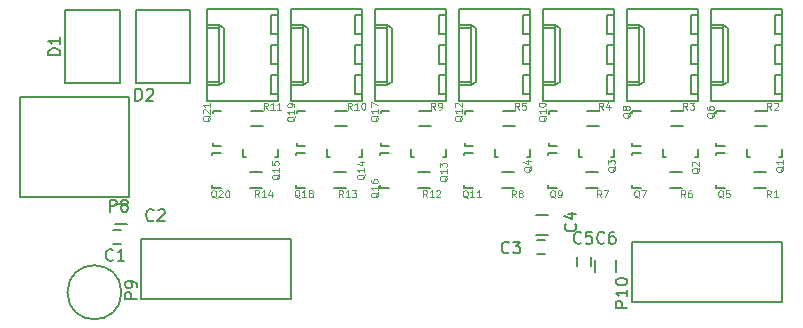
<source format=gto>
G04 #@! TF.FileFunction,Legend,Top*
%FSLAX46Y46*%
G04 Gerber Fmt 4.6, Leading zero omitted, Abs format (unit mm)*
G04 Created by KiCad (PCBNEW 4.0.1-stable) date 2016-06-29 05:17:59*
%MOMM*%
G01*
G04 APERTURE LIST*
%ADD10C,0.100000*%
%ADD11C,0.150000*%
G04 APERTURE END LIST*
D10*
D11*
X7286000Y-25000000D02*
G75*
G03X7286000Y-25000000I-2286000J0D01*
G01*
X7902000Y-16900000D02*
X7902000Y-8500000D01*
X-1298000Y-8500000D02*
X7902000Y-8500000D01*
X-1298000Y-16900000D02*
X-1298000Y-8500000D01*
X-1298000Y-16900000D02*
X7902000Y-16900000D01*
X6535500Y-19704500D02*
X7235500Y-19704500D01*
X7235500Y-20904500D02*
X6535500Y-20904500D01*
X7754500Y-17549500D02*
X6754500Y-17549500D01*
X6754500Y-19249500D02*
X7754500Y-19249500D01*
X42489900Y-20593500D02*
X43189900Y-20593500D01*
X43189900Y-21793500D02*
X42489900Y-21793500D01*
X43394000Y-18438500D02*
X42394000Y-18438500D01*
X42394000Y-20138500D02*
X43394000Y-20138500D01*
X60438340Y-13558520D02*
X60486600Y-13558520D01*
X63237320Y-12857480D02*
X63237320Y-13558520D01*
X63237320Y-13558520D02*
X62988400Y-13558520D01*
X60438340Y-13558520D02*
X60237680Y-13558520D01*
X60237680Y-13558520D02*
X60237680Y-12857480D01*
X53326340Y-13558520D02*
X53374600Y-13558520D01*
X56125320Y-12857480D02*
X56125320Y-13558520D01*
X56125320Y-13558520D02*
X55876400Y-13558520D01*
X53326340Y-13558520D02*
X53125680Y-13558520D01*
X53125680Y-13558520D02*
X53125680Y-12857480D01*
X46214340Y-13558520D02*
X46262600Y-13558520D01*
X49013320Y-12857480D02*
X49013320Y-13558520D01*
X49013320Y-13558520D02*
X48764400Y-13558520D01*
X46214340Y-13558520D02*
X46013680Y-13558520D01*
X46013680Y-13558520D02*
X46013680Y-12857480D01*
X39102340Y-13558520D02*
X39150600Y-13558520D01*
X41901320Y-12857480D02*
X41901320Y-13558520D01*
X41901320Y-13558520D02*
X41652400Y-13558520D01*
X39102340Y-13558520D02*
X38901680Y-13558520D01*
X38901680Y-13558520D02*
X38901680Y-12857480D01*
X57658260Y-13369340D02*
X57658260Y-13417600D01*
X58359300Y-16168320D02*
X57658260Y-16168320D01*
X57658260Y-16168320D02*
X57658260Y-15919400D01*
X57658260Y-13369340D02*
X57658260Y-13168680D01*
X57658260Y-13168680D02*
X58359300Y-13168680D01*
X57658260Y-9813340D02*
X57658260Y-9861600D01*
X58359300Y-12612320D02*
X57658260Y-12612320D01*
X57658260Y-12612320D02*
X57658260Y-12363400D01*
X57658260Y-9813340D02*
X57658260Y-9612680D01*
X57658260Y-9612680D02*
X58359300Y-9612680D01*
X50546260Y-13369340D02*
X50546260Y-13417600D01*
X51247300Y-16168320D02*
X50546260Y-16168320D01*
X50546260Y-16168320D02*
X50546260Y-15919400D01*
X50546260Y-13369340D02*
X50546260Y-13168680D01*
X50546260Y-13168680D02*
X51247300Y-13168680D01*
X50546260Y-9813340D02*
X50546260Y-9861600D01*
X51247300Y-12612320D02*
X50546260Y-12612320D01*
X50546260Y-12612320D02*
X50546260Y-12363400D01*
X50546260Y-9813340D02*
X50546260Y-9612680D01*
X50546260Y-9612680D02*
X51247300Y-9612680D01*
X43434260Y-13369340D02*
X43434260Y-13417600D01*
X44135300Y-16168320D02*
X43434260Y-16168320D01*
X43434260Y-16168320D02*
X43434260Y-15919400D01*
X43434260Y-13369340D02*
X43434260Y-13168680D01*
X43434260Y-13168680D02*
X44135300Y-13168680D01*
X43449500Y-9815840D02*
X43449500Y-9864100D01*
X44150540Y-12614820D02*
X43449500Y-12614820D01*
X43449500Y-12614820D02*
X43449500Y-12365900D01*
X43449500Y-9815840D02*
X43449500Y-9615180D01*
X43449500Y-9615180D02*
X44150540Y-9615180D01*
X36322260Y-13369340D02*
X36322260Y-13417600D01*
X37023300Y-16168320D02*
X36322260Y-16168320D01*
X36322260Y-16168320D02*
X36322260Y-15919400D01*
X36322260Y-13369340D02*
X36322260Y-13168680D01*
X36322260Y-13168680D02*
X37023300Y-13168680D01*
X36337500Y-9815840D02*
X36337500Y-9864100D01*
X37038540Y-12614820D02*
X36337500Y-12614820D01*
X36337500Y-12614820D02*
X36337500Y-12365900D01*
X36337500Y-9815840D02*
X36337500Y-9615180D01*
X36337500Y-9615180D02*
X37038540Y-9615180D01*
X31990340Y-13558520D02*
X32038600Y-13558520D01*
X34789320Y-12857480D02*
X34789320Y-13558520D01*
X34789320Y-13558520D02*
X34540400Y-13558520D01*
X31990340Y-13558520D02*
X31789680Y-13558520D01*
X31789680Y-13558520D02*
X31789680Y-12857480D01*
X24878340Y-13558520D02*
X24926600Y-13558520D01*
X27677320Y-12857480D02*
X27677320Y-13558520D01*
X27677320Y-13558520D02*
X27428400Y-13558520D01*
X24878340Y-13558520D02*
X24677680Y-13558520D01*
X24677680Y-13558520D02*
X24677680Y-12857480D01*
X17766340Y-13558520D02*
X17814600Y-13558520D01*
X20565320Y-12857480D02*
X20565320Y-13558520D01*
X20565320Y-13558520D02*
X20316400Y-13558520D01*
X17766340Y-13558520D02*
X17565680Y-13558520D01*
X17565680Y-13558520D02*
X17565680Y-12857480D01*
X29210260Y-13369340D02*
X29210260Y-13417600D01*
X29911300Y-16168320D02*
X29210260Y-16168320D01*
X29210260Y-16168320D02*
X29210260Y-15919400D01*
X29210260Y-13369340D02*
X29210260Y-13168680D01*
X29210260Y-13168680D02*
X29911300Y-13168680D01*
X29225500Y-9810840D02*
X29225500Y-9859100D01*
X29926540Y-12609820D02*
X29225500Y-12609820D01*
X29225500Y-12609820D02*
X29225500Y-12360900D01*
X29225500Y-9810840D02*
X29225500Y-9610180D01*
X29225500Y-9610180D02*
X29926540Y-9610180D01*
X22098260Y-13369340D02*
X22098260Y-13417600D01*
X22799300Y-16168320D02*
X22098260Y-16168320D01*
X22098260Y-16168320D02*
X22098260Y-15919400D01*
X22098260Y-13369340D02*
X22098260Y-13168680D01*
X22098260Y-13168680D02*
X22799300Y-13168680D01*
X22113500Y-9810840D02*
X22113500Y-9859100D01*
X22814540Y-12609820D02*
X22113500Y-12609820D01*
X22113500Y-12609820D02*
X22113500Y-12360900D01*
X22113500Y-9810840D02*
X22113500Y-9610180D01*
X22113500Y-9610180D02*
X22814540Y-9610180D01*
X14986260Y-13369340D02*
X14986260Y-13417600D01*
X15687300Y-16168320D02*
X14986260Y-16168320D01*
X14986260Y-16168320D02*
X14986260Y-15919400D01*
X14986260Y-13369340D02*
X14986260Y-13168680D01*
X14986260Y-13168680D02*
X15687300Y-13168680D01*
X15001500Y-9810840D02*
X15001500Y-9859100D01*
X15702540Y-12609820D02*
X15001500Y-12609820D01*
X15001500Y-12609820D02*
X15001500Y-12360900D01*
X15001500Y-9810840D02*
X15001500Y-9610180D01*
X15001500Y-9610180D02*
X15702540Y-9610180D01*
X61856500Y-16169000D02*
X60856500Y-16169000D01*
X60856500Y-14819000D02*
X61856500Y-14819000D01*
X60920000Y-9612000D02*
X61920000Y-9612000D01*
X61920000Y-10962000D02*
X60920000Y-10962000D01*
X53808000Y-9612000D02*
X54808000Y-9612000D01*
X54808000Y-10962000D02*
X53808000Y-10962000D01*
X46696000Y-9612000D02*
X47696000Y-9612000D01*
X47696000Y-10962000D02*
X46696000Y-10962000D01*
X39584000Y-9612000D02*
X40584000Y-9612000D01*
X40584000Y-10962000D02*
X39584000Y-10962000D01*
X54744500Y-16169000D02*
X53744500Y-16169000D01*
X53744500Y-14819000D02*
X54744500Y-14819000D01*
X47632500Y-16169000D02*
X46632500Y-16169000D01*
X46632500Y-14819000D02*
X47632500Y-14819000D01*
X40520500Y-16169000D02*
X39520500Y-16169000D01*
X39520500Y-14819000D02*
X40520500Y-14819000D01*
X32472000Y-9612000D02*
X33472000Y-9612000D01*
X33472000Y-10962000D02*
X32472000Y-10962000D01*
X25360000Y-9612000D02*
X26360000Y-9612000D01*
X26360000Y-10962000D02*
X25360000Y-10962000D01*
X18248000Y-9612000D02*
X19248000Y-9612000D01*
X19248000Y-10962000D02*
X18248000Y-10962000D01*
X33408500Y-16169000D02*
X32408500Y-16169000D01*
X32408500Y-14819000D02*
X33408500Y-14819000D01*
X26296500Y-16169000D02*
X25296500Y-16169000D01*
X25296500Y-14819000D02*
X26296500Y-14819000D01*
X19184500Y-16169000D02*
X18184500Y-16169000D01*
X18184500Y-14819000D02*
X19184500Y-14819000D01*
X47046700Y-22037300D02*
X47046700Y-22737300D01*
X45846700Y-22737300D02*
X45846700Y-22037300D01*
X49125500Y-23242900D02*
X49125500Y-22242900D01*
X47425500Y-22242900D02*
X47425500Y-23242900D01*
X50498000Y-20748500D02*
X63198000Y-20748500D01*
X63198000Y-20748500D02*
X63198000Y-25828500D01*
X50498000Y-25828500D02*
X63198000Y-25828500D01*
X50498000Y-20748500D02*
X50498000Y-25828500D01*
X8969000Y-20495000D02*
X21669000Y-20495000D01*
X21669000Y-20495000D02*
X21669000Y-25575000D01*
X8969000Y-25575000D02*
X21669000Y-25575000D01*
X8969000Y-20495000D02*
X8969000Y-25575000D01*
X27673500Y-979500D02*
X21673500Y-979500D01*
X21673500Y-979500D02*
X21673500Y-8799500D01*
X21673500Y-8799500D02*
X27673500Y-8799500D01*
X27673500Y-8799500D02*
X27673500Y-979500D01*
X21673500Y-2349500D02*
X22673500Y-2349500D01*
X22673500Y-2349500D02*
X22673500Y-7429500D01*
X22673500Y-7429500D02*
X21673500Y-7429500D01*
X22673500Y-2349500D02*
X23103500Y-2599500D01*
X23103500Y-2599500D02*
X23103500Y-7179500D01*
X23103500Y-7179500D02*
X22673500Y-7429500D01*
X21673500Y-2599500D02*
X22673500Y-2599500D01*
X21673500Y-7179500D02*
X22673500Y-7179500D01*
X27673500Y-1549500D02*
X27053500Y-1549500D01*
X27053500Y-1549500D02*
X27053500Y-3149500D01*
X27053500Y-3149500D02*
X27673500Y-3149500D01*
X27673500Y-4089500D02*
X27053500Y-4089500D01*
X27053500Y-4089500D02*
X27053500Y-5689500D01*
X27053500Y-5689500D02*
X27673500Y-5689500D01*
X27673500Y-6629500D02*
X27053500Y-6629500D01*
X27053500Y-6629500D02*
X27053500Y-8229500D01*
X27053500Y-8229500D02*
X27673500Y-8229500D01*
X34785500Y-979500D02*
X28785500Y-979500D01*
X28785500Y-979500D02*
X28785500Y-8799500D01*
X28785500Y-8799500D02*
X34785500Y-8799500D01*
X34785500Y-8799500D02*
X34785500Y-979500D01*
X28785500Y-2349500D02*
X29785500Y-2349500D01*
X29785500Y-2349500D02*
X29785500Y-7429500D01*
X29785500Y-7429500D02*
X28785500Y-7429500D01*
X29785500Y-2349500D02*
X30215500Y-2599500D01*
X30215500Y-2599500D02*
X30215500Y-7179500D01*
X30215500Y-7179500D02*
X29785500Y-7429500D01*
X28785500Y-2599500D02*
X29785500Y-2599500D01*
X28785500Y-7179500D02*
X29785500Y-7179500D01*
X34785500Y-1549500D02*
X34165500Y-1549500D01*
X34165500Y-1549500D02*
X34165500Y-3149500D01*
X34165500Y-3149500D02*
X34785500Y-3149500D01*
X34785500Y-4089500D02*
X34165500Y-4089500D01*
X34165500Y-4089500D02*
X34165500Y-5689500D01*
X34165500Y-5689500D02*
X34785500Y-5689500D01*
X34785500Y-6629500D02*
X34165500Y-6629500D01*
X34165500Y-6629500D02*
X34165500Y-8229500D01*
X34165500Y-8229500D02*
X34785500Y-8229500D01*
X41897500Y-979500D02*
X35897500Y-979500D01*
X35897500Y-979500D02*
X35897500Y-8799500D01*
X35897500Y-8799500D02*
X41897500Y-8799500D01*
X41897500Y-8799500D02*
X41897500Y-979500D01*
X35897500Y-2349500D02*
X36897500Y-2349500D01*
X36897500Y-2349500D02*
X36897500Y-7429500D01*
X36897500Y-7429500D02*
X35897500Y-7429500D01*
X36897500Y-2349500D02*
X37327500Y-2599500D01*
X37327500Y-2599500D02*
X37327500Y-7179500D01*
X37327500Y-7179500D02*
X36897500Y-7429500D01*
X35897500Y-2599500D02*
X36897500Y-2599500D01*
X35897500Y-7179500D02*
X36897500Y-7179500D01*
X41897500Y-1549500D02*
X41277500Y-1549500D01*
X41277500Y-1549500D02*
X41277500Y-3149500D01*
X41277500Y-3149500D02*
X41897500Y-3149500D01*
X41897500Y-4089500D02*
X41277500Y-4089500D01*
X41277500Y-4089500D02*
X41277500Y-5689500D01*
X41277500Y-5689500D02*
X41897500Y-5689500D01*
X41897500Y-6629500D02*
X41277500Y-6629500D01*
X41277500Y-6629500D02*
X41277500Y-8229500D01*
X41277500Y-8229500D02*
X41897500Y-8229500D01*
X49009500Y-979500D02*
X43009500Y-979500D01*
X43009500Y-979500D02*
X43009500Y-8799500D01*
X43009500Y-8799500D02*
X49009500Y-8799500D01*
X49009500Y-8799500D02*
X49009500Y-979500D01*
X43009500Y-2349500D02*
X44009500Y-2349500D01*
X44009500Y-2349500D02*
X44009500Y-7429500D01*
X44009500Y-7429500D02*
X43009500Y-7429500D01*
X44009500Y-2349500D02*
X44439500Y-2599500D01*
X44439500Y-2599500D02*
X44439500Y-7179500D01*
X44439500Y-7179500D02*
X44009500Y-7429500D01*
X43009500Y-2599500D02*
X44009500Y-2599500D01*
X43009500Y-7179500D02*
X44009500Y-7179500D01*
X49009500Y-1549500D02*
X48389500Y-1549500D01*
X48389500Y-1549500D02*
X48389500Y-3149500D01*
X48389500Y-3149500D02*
X49009500Y-3149500D01*
X49009500Y-4089500D02*
X48389500Y-4089500D01*
X48389500Y-4089500D02*
X48389500Y-5689500D01*
X48389500Y-5689500D02*
X49009500Y-5689500D01*
X49009500Y-6629500D02*
X48389500Y-6629500D01*
X48389500Y-6629500D02*
X48389500Y-8229500D01*
X48389500Y-8229500D02*
X49009500Y-8229500D01*
X56121500Y-979500D02*
X50121500Y-979500D01*
X50121500Y-979500D02*
X50121500Y-8799500D01*
X50121500Y-8799500D02*
X56121500Y-8799500D01*
X56121500Y-8799500D02*
X56121500Y-979500D01*
X50121500Y-2349500D02*
X51121500Y-2349500D01*
X51121500Y-2349500D02*
X51121500Y-7429500D01*
X51121500Y-7429500D02*
X50121500Y-7429500D01*
X51121500Y-2349500D02*
X51551500Y-2599500D01*
X51551500Y-2599500D02*
X51551500Y-7179500D01*
X51551500Y-7179500D02*
X51121500Y-7429500D01*
X50121500Y-2599500D02*
X51121500Y-2599500D01*
X50121500Y-7179500D02*
X51121500Y-7179500D01*
X56121500Y-1549500D02*
X55501500Y-1549500D01*
X55501500Y-1549500D02*
X55501500Y-3149500D01*
X55501500Y-3149500D02*
X56121500Y-3149500D01*
X56121500Y-4089500D02*
X55501500Y-4089500D01*
X55501500Y-4089500D02*
X55501500Y-5689500D01*
X55501500Y-5689500D02*
X56121500Y-5689500D01*
X56121500Y-6629500D02*
X55501500Y-6629500D01*
X55501500Y-6629500D02*
X55501500Y-8229500D01*
X55501500Y-8229500D02*
X56121500Y-8229500D01*
X63233500Y-979500D02*
X57233500Y-979500D01*
X57233500Y-979500D02*
X57233500Y-8799500D01*
X57233500Y-8799500D02*
X63233500Y-8799500D01*
X63233500Y-8799500D02*
X63233500Y-979500D01*
X57233500Y-2349500D02*
X58233500Y-2349500D01*
X58233500Y-2349500D02*
X58233500Y-7429500D01*
X58233500Y-7429500D02*
X57233500Y-7429500D01*
X58233500Y-2349500D02*
X58663500Y-2599500D01*
X58663500Y-2599500D02*
X58663500Y-7179500D01*
X58663500Y-7179500D02*
X58233500Y-7429500D01*
X57233500Y-2599500D02*
X58233500Y-2599500D01*
X57233500Y-7179500D02*
X58233500Y-7179500D01*
X63233500Y-1549500D02*
X62613500Y-1549500D01*
X62613500Y-1549500D02*
X62613500Y-3149500D01*
X62613500Y-3149500D02*
X63233500Y-3149500D01*
X63233500Y-4089500D02*
X62613500Y-4089500D01*
X62613500Y-4089500D02*
X62613500Y-5689500D01*
X62613500Y-5689500D02*
X63233500Y-5689500D01*
X63233500Y-6629500D02*
X62613500Y-6629500D01*
X62613500Y-6629500D02*
X62613500Y-8229500D01*
X62613500Y-8229500D02*
X63233500Y-8229500D01*
X20561500Y-979500D02*
X14561500Y-979500D01*
X14561500Y-979500D02*
X14561500Y-8799500D01*
X14561500Y-8799500D02*
X20561500Y-8799500D01*
X20561500Y-8799500D02*
X20561500Y-979500D01*
X14561500Y-2349500D02*
X15561500Y-2349500D01*
X15561500Y-2349500D02*
X15561500Y-7429500D01*
X15561500Y-7429500D02*
X14561500Y-7429500D01*
X15561500Y-2349500D02*
X15991500Y-2599500D01*
X15991500Y-2599500D02*
X15991500Y-7179500D01*
X15991500Y-7179500D02*
X15561500Y-7429500D01*
X14561500Y-2599500D02*
X15561500Y-2599500D01*
X14561500Y-7179500D02*
X15561500Y-7179500D01*
X20561500Y-1549500D02*
X19941500Y-1549500D01*
X19941500Y-1549500D02*
X19941500Y-3149500D01*
X19941500Y-3149500D02*
X20561500Y-3149500D01*
X20561500Y-4089500D02*
X19941500Y-4089500D01*
X19941500Y-4089500D02*
X19941500Y-5689500D01*
X19941500Y-5689500D02*
X20561500Y-5689500D01*
X20561500Y-6629500D02*
X19941500Y-6629500D01*
X19941500Y-6629500D02*
X19941500Y-8229500D01*
X19941500Y-8229500D02*
X20561500Y-8229500D01*
X2511000Y-1116000D02*
X7141000Y-1116000D01*
X2511000Y-7266000D02*
X2511000Y-1116000D01*
X7141000Y-7266000D02*
X2511000Y-7266000D01*
X7141000Y-1116000D02*
X7141000Y-7266000D01*
X8480000Y-1116000D02*
X13110000Y-1116000D01*
X8480000Y-7266000D02*
X8480000Y-1116000D01*
X13110000Y-7266000D02*
X8480000Y-7266000D01*
X13110000Y-1116000D02*
X13110000Y-7266000D01*
X6310405Y-18168881D02*
X6310405Y-17168881D01*
X6691358Y-17168881D01*
X6786596Y-17216500D01*
X6834215Y-17264119D01*
X6881834Y-17359357D01*
X6881834Y-17502214D01*
X6834215Y-17597452D01*
X6786596Y-17645071D01*
X6691358Y-17692690D01*
X6310405Y-17692690D01*
X7453262Y-17597452D02*
X7358024Y-17549833D01*
X7310405Y-17502214D01*
X7262786Y-17406976D01*
X7262786Y-17359357D01*
X7310405Y-17264119D01*
X7358024Y-17216500D01*
X7453262Y-17168881D01*
X7643739Y-17168881D01*
X7738977Y-17216500D01*
X7786596Y-17264119D01*
X7834215Y-17359357D01*
X7834215Y-17406976D01*
X7786596Y-17502214D01*
X7738977Y-17549833D01*
X7643739Y-17597452D01*
X7453262Y-17597452D01*
X7358024Y-17645071D01*
X7310405Y-17692690D01*
X7262786Y-17787929D01*
X7262786Y-17978405D01*
X7310405Y-18073643D01*
X7358024Y-18121262D01*
X7453262Y-18168881D01*
X7643739Y-18168881D01*
X7738977Y-18121262D01*
X7786596Y-18073643D01*
X7834215Y-17978405D01*
X7834215Y-17787929D01*
X7786596Y-17692690D01*
X7738977Y-17645071D01*
X7643739Y-17597452D01*
X6579834Y-22249143D02*
X6532215Y-22296762D01*
X6389358Y-22344381D01*
X6294120Y-22344381D01*
X6151262Y-22296762D01*
X6056024Y-22201524D01*
X6008405Y-22106286D01*
X5960786Y-21915810D01*
X5960786Y-21772952D01*
X6008405Y-21582476D01*
X6056024Y-21487238D01*
X6151262Y-21392000D01*
X6294120Y-21344381D01*
X6389358Y-21344381D01*
X6532215Y-21392000D01*
X6579834Y-21439619D01*
X7532215Y-22344381D02*
X6960786Y-22344381D01*
X7246500Y-22344381D02*
X7246500Y-21344381D01*
X7151262Y-21487238D01*
X7056024Y-21582476D01*
X6960786Y-21630095D01*
X10008834Y-18883643D02*
X9961215Y-18931262D01*
X9818358Y-18978881D01*
X9723120Y-18978881D01*
X9580262Y-18931262D01*
X9485024Y-18836024D01*
X9437405Y-18740786D01*
X9389786Y-18550310D01*
X9389786Y-18407452D01*
X9437405Y-18216976D01*
X9485024Y-18121738D01*
X9580262Y-18026500D01*
X9723120Y-17978881D01*
X9818358Y-17978881D01*
X9961215Y-18026500D01*
X10008834Y-18074119D01*
X10389786Y-18074119D02*
X10437405Y-18026500D01*
X10532643Y-17978881D01*
X10770739Y-17978881D01*
X10865977Y-18026500D01*
X10913596Y-18074119D01*
X10961215Y-18169357D01*
X10961215Y-18264595D01*
X10913596Y-18407452D01*
X10342167Y-18978881D01*
X10961215Y-18978881D01*
X40107834Y-21614143D02*
X40060215Y-21661762D01*
X39917358Y-21709381D01*
X39822120Y-21709381D01*
X39679262Y-21661762D01*
X39584024Y-21566524D01*
X39536405Y-21471286D01*
X39488786Y-21280810D01*
X39488786Y-21137952D01*
X39536405Y-20947476D01*
X39584024Y-20852238D01*
X39679262Y-20757000D01*
X39822120Y-20709381D01*
X39917358Y-20709381D01*
X40060215Y-20757000D01*
X40107834Y-20804619D01*
X40441167Y-20709381D02*
X41060215Y-20709381D01*
X40726881Y-21090333D01*
X40869739Y-21090333D01*
X40964977Y-21137952D01*
X41012596Y-21185571D01*
X41060215Y-21280810D01*
X41060215Y-21518905D01*
X41012596Y-21614143D01*
X40964977Y-21661762D01*
X40869739Y-21709381D01*
X40584024Y-21709381D01*
X40488786Y-21661762D01*
X40441167Y-21614143D01*
X45711643Y-19201166D02*
X45759262Y-19248785D01*
X45806881Y-19391642D01*
X45806881Y-19486880D01*
X45759262Y-19629738D01*
X45664024Y-19724976D01*
X45568786Y-19772595D01*
X45378310Y-19820214D01*
X45235452Y-19820214D01*
X45044976Y-19772595D01*
X44949738Y-19724976D01*
X44854500Y-19629738D01*
X44806881Y-19486880D01*
X44806881Y-19391642D01*
X44854500Y-19248785D01*
X44902119Y-19201166D01*
X45140214Y-18344023D02*
X45806881Y-18344023D01*
X44759262Y-18582119D02*
X45473548Y-18820214D01*
X45473548Y-18201166D01*
D10*
X63336071Y-14344643D02*
X63307500Y-14401786D01*
X63250357Y-14458929D01*
X63164643Y-14544643D01*
X63136071Y-14601786D01*
X63136071Y-14658929D01*
X63278929Y-14630357D02*
X63250357Y-14687500D01*
X63193214Y-14744643D01*
X63078929Y-14773214D01*
X62878929Y-14773214D01*
X62764643Y-14744643D01*
X62707500Y-14687500D01*
X62678929Y-14630357D01*
X62678929Y-14516071D01*
X62707500Y-14458929D01*
X62764643Y-14401786D01*
X62878929Y-14373214D01*
X63078929Y-14373214D01*
X63193214Y-14401786D01*
X63250357Y-14458929D01*
X63278929Y-14516071D01*
X63278929Y-14630357D01*
X63278929Y-13801786D02*
X63278929Y-14144643D01*
X63278929Y-13973215D02*
X62678929Y-13973215D01*
X62764643Y-14030358D01*
X62821786Y-14087500D01*
X62850357Y-14144643D01*
X56224071Y-14471643D02*
X56195500Y-14528786D01*
X56138357Y-14585929D01*
X56052643Y-14671643D01*
X56024071Y-14728786D01*
X56024071Y-14785929D01*
X56166929Y-14757357D02*
X56138357Y-14814500D01*
X56081214Y-14871643D01*
X55966929Y-14900214D01*
X55766929Y-14900214D01*
X55652643Y-14871643D01*
X55595500Y-14814500D01*
X55566929Y-14757357D01*
X55566929Y-14643071D01*
X55595500Y-14585929D01*
X55652643Y-14528786D01*
X55766929Y-14500214D01*
X55966929Y-14500214D01*
X56081214Y-14528786D01*
X56138357Y-14585929D01*
X56166929Y-14643071D01*
X56166929Y-14757357D01*
X55624071Y-14271643D02*
X55595500Y-14243072D01*
X55566929Y-14185929D01*
X55566929Y-14043072D01*
X55595500Y-13985929D01*
X55624071Y-13957358D01*
X55681214Y-13928786D01*
X55738357Y-13928786D01*
X55824071Y-13957358D01*
X56166929Y-14300215D01*
X56166929Y-13928786D01*
X49112071Y-14344643D02*
X49083500Y-14401786D01*
X49026357Y-14458929D01*
X48940643Y-14544643D01*
X48912071Y-14601786D01*
X48912071Y-14658929D01*
X49054929Y-14630357D02*
X49026357Y-14687500D01*
X48969214Y-14744643D01*
X48854929Y-14773214D01*
X48654929Y-14773214D01*
X48540643Y-14744643D01*
X48483500Y-14687500D01*
X48454929Y-14630357D01*
X48454929Y-14516071D01*
X48483500Y-14458929D01*
X48540643Y-14401786D01*
X48654929Y-14373214D01*
X48854929Y-14373214D01*
X48969214Y-14401786D01*
X49026357Y-14458929D01*
X49054929Y-14516071D01*
X49054929Y-14630357D01*
X48454929Y-14173215D02*
X48454929Y-13801786D01*
X48683500Y-14001786D01*
X48683500Y-13916072D01*
X48712071Y-13858929D01*
X48740643Y-13830358D01*
X48797786Y-13801786D01*
X48940643Y-13801786D01*
X48997786Y-13830358D01*
X49026357Y-13858929D01*
X49054929Y-13916072D01*
X49054929Y-14087500D01*
X49026357Y-14144643D01*
X48997786Y-14173215D01*
X42000071Y-14344643D02*
X41971500Y-14401786D01*
X41914357Y-14458929D01*
X41828643Y-14544643D01*
X41800071Y-14601786D01*
X41800071Y-14658929D01*
X41942929Y-14630357D02*
X41914357Y-14687500D01*
X41857214Y-14744643D01*
X41742929Y-14773214D01*
X41542929Y-14773214D01*
X41428643Y-14744643D01*
X41371500Y-14687500D01*
X41342929Y-14630357D01*
X41342929Y-14516071D01*
X41371500Y-14458929D01*
X41428643Y-14401786D01*
X41542929Y-14373214D01*
X41742929Y-14373214D01*
X41857214Y-14401786D01*
X41914357Y-14458929D01*
X41942929Y-14516071D01*
X41942929Y-14630357D01*
X41542929Y-13858929D02*
X41942929Y-13858929D01*
X41314357Y-14001786D02*
X41742929Y-14144643D01*
X41742929Y-13773215D01*
X58251357Y-17029071D02*
X58194214Y-17000500D01*
X58137071Y-16943357D01*
X58051357Y-16857643D01*
X57994214Y-16829071D01*
X57937071Y-16829071D01*
X57965643Y-16971929D02*
X57908500Y-16943357D01*
X57851357Y-16886214D01*
X57822786Y-16771929D01*
X57822786Y-16571929D01*
X57851357Y-16457643D01*
X57908500Y-16400500D01*
X57965643Y-16371929D01*
X58079929Y-16371929D01*
X58137071Y-16400500D01*
X58194214Y-16457643D01*
X58222786Y-16571929D01*
X58222786Y-16771929D01*
X58194214Y-16886214D01*
X58137071Y-16943357D01*
X58079929Y-16971929D01*
X57965643Y-16971929D01*
X58765642Y-16371929D02*
X58479928Y-16371929D01*
X58451357Y-16657643D01*
X58479928Y-16629071D01*
X58537071Y-16600500D01*
X58679928Y-16600500D01*
X58737071Y-16629071D01*
X58765642Y-16657643D01*
X58794214Y-16714786D01*
X58794214Y-16857643D01*
X58765642Y-16914786D01*
X58737071Y-16943357D01*
X58679928Y-16971929D01*
X58537071Y-16971929D01*
X58479928Y-16943357D01*
X58451357Y-16914786D01*
X57494071Y-9772643D02*
X57465500Y-9829786D01*
X57408357Y-9886929D01*
X57322643Y-9972643D01*
X57294071Y-10029786D01*
X57294071Y-10086929D01*
X57436929Y-10058357D02*
X57408357Y-10115500D01*
X57351214Y-10172643D01*
X57236929Y-10201214D01*
X57036929Y-10201214D01*
X56922643Y-10172643D01*
X56865500Y-10115500D01*
X56836929Y-10058357D01*
X56836929Y-9944071D01*
X56865500Y-9886929D01*
X56922643Y-9829786D01*
X57036929Y-9801214D01*
X57236929Y-9801214D01*
X57351214Y-9829786D01*
X57408357Y-9886929D01*
X57436929Y-9944071D01*
X57436929Y-10058357D01*
X56836929Y-9286929D02*
X56836929Y-9401215D01*
X56865500Y-9458358D01*
X56894071Y-9486929D01*
X56979786Y-9544072D01*
X57094071Y-9572643D01*
X57322643Y-9572643D01*
X57379786Y-9544072D01*
X57408357Y-9515500D01*
X57436929Y-9458358D01*
X57436929Y-9344072D01*
X57408357Y-9286929D01*
X57379786Y-9258358D01*
X57322643Y-9229786D01*
X57179786Y-9229786D01*
X57122643Y-9258358D01*
X57094071Y-9286929D01*
X57065500Y-9344072D01*
X57065500Y-9458358D01*
X57094071Y-9515500D01*
X57122643Y-9544072D01*
X57179786Y-9572643D01*
X51139357Y-17029071D02*
X51082214Y-17000500D01*
X51025071Y-16943357D01*
X50939357Y-16857643D01*
X50882214Y-16829071D01*
X50825071Y-16829071D01*
X50853643Y-16971929D02*
X50796500Y-16943357D01*
X50739357Y-16886214D01*
X50710786Y-16771929D01*
X50710786Y-16571929D01*
X50739357Y-16457643D01*
X50796500Y-16400500D01*
X50853643Y-16371929D01*
X50967929Y-16371929D01*
X51025071Y-16400500D01*
X51082214Y-16457643D01*
X51110786Y-16571929D01*
X51110786Y-16771929D01*
X51082214Y-16886214D01*
X51025071Y-16943357D01*
X50967929Y-16971929D01*
X50853643Y-16971929D01*
X51310785Y-16371929D02*
X51710785Y-16371929D01*
X51453642Y-16971929D01*
X50382071Y-9772643D02*
X50353500Y-9829786D01*
X50296357Y-9886929D01*
X50210643Y-9972643D01*
X50182071Y-10029786D01*
X50182071Y-10086929D01*
X50324929Y-10058357D02*
X50296357Y-10115500D01*
X50239214Y-10172643D01*
X50124929Y-10201214D01*
X49924929Y-10201214D01*
X49810643Y-10172643D01*
X49753500Y-10115500D01*
X49724929Y-10058357D01*
X49724929Y-9944071D01*
X49753500Y-9886929D01*
X49810643Y-9829786D01*
X49924929Y-9801214D01*
X50124929Y-9801214D01*
X50239214Y-9829786D01*
X50296357Y-9886929D01*
X50324929Y-9944071D01*
X50324929Y-10058357D01*
X49982071Y-9458358D02*
X49953500Y-9515500D01*
X49924929Y-9544072D01*
X49867786Y-9572643D01*
X49839214Y-9572643D01*
X49782071Y-9544072D01*
X49753500Y-9515500D01*
X49724929Y-9458358D01*
X49724929Y-9344072D01*
X49753500Y-9286929D01*
X49782071Y-9258358D01*
X49839214Y-9229786D01*
X49867786Y-9229786D01*
X49924929Y-9258358D01*
X49953500Y-9286929D01*
X49982071Y-9344072D01*
X49982071Y-9458358D01*
X50010643Y-9515500D01*
X50039214Y-9544072D01*
X50096357Y-9572643D01*
X50210643Y-9572643D01*
X50267786Y-9544072D01*
X50296357Y-9515500D01*
X50324929Y-9458358D01*
X50324929Y-9344072D01*
X50296357Y-9286929D01*
X50267786Y-9258358D01*
X50210643Y-9229786D01*
X50096357Y-9229786D01*
X50039214Y-9258358D01*
X50010643Y-9286929D01*
X49982071Y-9344072D01*
X44027357Y-17029071D02*
X43970214Y-17000500D01*
X43913071Y-16943357D01*
X43827357Y-16857643D01*
X43770214Y-16829071D01*
X43713071Y-16829071D01*
X43741643Y-16971929D02*
X43684500Y-16943357D01*
X43627357Y-16886214D01*
X43598786Y-16771929D01*
X43598786Y-16571929D01*
X43627357Y-16457643D01*
X43684500Y-16400500D01*
X43741643Y-16371929D01*
X43855929Y-16371929D01*
X43913071Y-16400500D01*
X43970214Y-16457643D01*
X43998786Y-16571929D01*
X43998786Y-16771929D01*
X43970214Y-16886214D01*
X43913071Y-16943357D01*
X43855929Y-16971929D01*
X43741643Y-16971929D01*
X44284500Y-16971929D02*
X44398785Y-16971929D01*
X44455928Y-16943357D01*
X44484500Y-16914786D01*
X44541642Y-16829071D01*
X44570214Y-16714786D01*
X44570214Y-16486214D01*
X44541642Y-16429071D01*
X44513071Y-16400500D01*
X44455928Y-16371929D01*
X44341642Y-16371929D01*
X44284500Y-16400500D01*
X44255928Y-16429071D01*
X44227357Y-16486214D01*
X44227357Y-16629071D01*
X44255928Y-16686214D01*
X44284500Y-16714786D01*
X44341642Y-16743357D01*
X44455928Y-16743357D01*
X44513071Y-16714786D01*
X44541642Y-16686214D01*
X44570214Y-16629071D01*
X43270071Y-10058357D02*
X43241500Y-10115500D01*
X43184357Y-10172643D01*
X43098643Y-10258357D01*
X43070071Y-10315500D01*
X43070071Y-10372643D01*
X43212929Y-10344071D02*
X43184357Y-10401214D01*
X43127214Y-10458357D01*
X43012929Y-10486928D01*
X42812929Y-10486928D01*
X42698643Y-10458357D01*
X42641500Y-10401214D01*
X42612929Y-10344071D01*
X42612929Y-10229785D01*
X42641500Y-10172643D01*
X42698643Y-10115500D01*
X42812929Y-10086928D01*
X43012929Y-10086928D01*
X43127214Y-10115500D01*
X43184357Y-10172643D01*
X43212929Y-10229785D01*
X43212929Y-10344071D01*
X43212929Y-9515500D02*
X43212929Y-9858357D01*
X43212929Y-9686929D02*
X42612929Y-9686929D01*
X42698643Y-9744072D01*
X42755786Y-9801214D01*
X42784357Y-9858357D01*
X42612929Y-9144071D02*
X42612929Y-9086928D01*
X42641500Y-9029785D01*
X42670071Y-9001214D01*
X42727214Y-8972643D01*
X42841500Y-8944071D01*
X42984357Y-8944071D01*
X43098643Y-8972643D01*
X43155786Y-9001214D01*
X43184357Y-9029785D01*
X43212929Y-9086928D01*
X43212929Y-9144071D01*
X43184357Y-9201214D01*
X43155786Y-9229785D01*
X43098643Y-9258357D01*
X42984357Y-9286928D01*
X42841500Y-9286928D01*
X42727214Y-9258357D01*
X42670071Y-9229785D01*
X42641500Y-9201214D01*
X42612929Y-9144071D01*
X36629643Y-17029071D02*
X36572500Y-17000500D01*
X36515357Y-16943357D01*
X36429643Y-16857643D01*
X36372500Y-16829071D01*
X36315357Y-16829071D01*
X36343929Y-16971929D02*
X36286786Y-16943357D01*
X36229643Y-16886214D01*
X36201072Y-16771929D01*
X36201072Y-16571929D01*
X36229643Y-16457643D01*
X36286786Y-16400500D01*
X36343929Y-16371929D01*
X36458215Y-16371929D01*
X36515357Y-16400500D01*
X36572500Y-16457643D01*
X36601072Y-16571929D01*
X36601072Y-16771929D01*
X36572500Y-16886214D01*
X36515357Y-16943357D01*
X36458215Y-16971929D01*
X36343929Y-16971929D01*
X37172500Y-16971929D02*
X36829643Y-16971929D01*
X37001071Y-16971929D02*
X37001071Y-16371929D01*
X36943928Y-16457643D01*
X36886786Y-16514786D01*
X36829643Y-16543357D01*
X37743929Y-16971929D02*
X37401072Y-16971929D01*
X37572500Y-16971929D02*
X37572500Y-16371929D01*
X37515357Y-16457643D01*
X37458215Y-16514786D01*
X37401072Y-16543357D01*
X36158071Y-10058357D02*
X36129500Y-10115500D01*
X36072357Y-10172643D01*
X35986643Y-10258357D01*
X35958071Y-10315500D01*
X35958071Y-10372643D01*
X36100929Y-10344071D02*
X36072357Y-10401214D01*
X36015214Y-10458357D01*
X35900929Y-10486928D01*
X35700929Y-10486928D01*
X35586643Y-10458357D01*
X35529500Y-10401214D01*
X35500929Y-10344071D01*
X35500929Y-10229785D01*
X35529500Y-10172643D01*
X35586643Y-10115500D01*
X35700929Y-10086928D01*
X35900929Y-10086928D01*
X36015214Y-10115500D01*
X36072357Y-10172643D01*
X36100929Y-10229785D01*
X36100929Y-10344071D01*
X36100929Y-9515500D02*
X36100929Y-9858357D01*
X36100929Y-9686929D02*
X35500929Y-9686929D01*
X35586643Y-9744072D01*
X35643786Y-9801214D01*
X35672357Y-9858357D01*
X35558071Y-9286928D02*
X35529500Y-9258357D01*
X35500929Y-9201214D01*
X35500929Y-9058357D01*
X35529500Y-9001214D01*
X35558071Y-8972643D01*
X35615214Y-8944071D01*
X35672357Y-8944071D01*
X35758071Y-8972643D01*
X36100929Y-9315500D01*
X36100929Y-8944071D01*
X34888071Y-15138357D02*
X34859500Y-15195500D01*
X34802357Y-15252643D01*
X34716643Y-15338357D01*
X34688071Y-15395500D01*
X34688071Y-15452643D01*
X34830929Y-15424071D02*
X34802357Y-15481214D01*
X34745214Y-15538357D01*
X34630929Y-15566928D01*
X34430929Y-15566928D01*
X34316643Y-15538357D01*
X34259500Y-15481214D01*
X34230929Y-15424071D01*
X34230929Y-15309785D01*
X34259500Y-15252643D01*
X34316643Y-15195500D01*
X34430929Y-15166928D01*
X34630929Y-15166928D01*
X34745214Y-15195500D01*
X34802357Y-15252643D01*
X34830929Y-15309785D01*
X34830929Y-15424071D01*
X34830929Y-14595500D02*
X34830929Y-14938357D01*
X34830929Y-14766929D02*
X34230929Y-14766929D01*
X34316643Y-14824072D01*
X34373786Y-14881214D01*
X34402357Y-14938357D01*
X34230929Y-14395500D02*
X34230929Y-14024071D01*
X34459500Y-14224071D01*
X34459500Y-14138357D01*
X34488071Y-14081214D01*
X34516643Y-14052643D01*
X34573786Y-14024071D01*
X34716643Y-14024071D01*
X34773786Y-14052643D01*
X34802357Y-14081214D01*
X34830929Y-14138357D01*
X34830929Y-14309785D01*
X34802357Y-14366928D01*
X34773786Y-14395500D01*
X27903071Y-15011357D02*
X27874500Y-15068500D01*
X27817357Y-15125643D01*
X27731643Y-15211357D01*
X27703071Y-15268500D01*
X27703071Y-15325643D01*
X27845929Y-15297071D02*
X27817357Y-15354214D01*
X27760214Y-15411357D01*
X27645929Y-15439928D01*
X27445929Y-15439928D01*
X27331643Y-15411357D01*
X27274500Y-15354214D01*
X27245929Y-15297071D01*
X27245929Y-15182785D01*
X27274500Y-15125643D01*
X27331643Y-15068500D01*
X27445929Y-15039928D01*
X27645929Y-15039928D01*
X27760214Y-15068500D01*
X27817357Y-15125643D01*
X27845929Y-15182785D01*
X27845929Y-15297071D01*
X27845929Y-14468500D02*
X27845929Y-14811357D01*
X27845929Y-14639929D02*
X27245929Y-14639929D01*
X27331643Y-14697072D01*
X27388786Y-14754214D01*
X27417357Y-14811357D01*
X27445929Y-13954214D02*
X27845929Y-13954214D01*
X27217357Y-14097071D02*
X27645929Y-14239928D01*
X27645929Y-13868500D01*
X20664071Y-15011357D02*
X20635500Y-15068500D01*
X20578357Y-15125643D01*
X20492643Y-15211357D01*
X20464071Y-15268500D01*
X20464071Y-15325643D01*
X20606929Y-15297071D02*
X20578357Y-15354214D01*
X20521214Y-15411357D01*
X20406929Y-15439928D01*
X20206929Y-15439928D01*
X20092643Y-15411357D01*
X20035500Y-15354214D01*
X20006929Y-15297071D01*
X20006929Y-15182785D01*
X20035500Y-15125643D01*
X20092643Y-15068500D01*
X20206929Y-15039928D01*
X20406929Y-15039928D01*
X20521214Y-15068500D01*
X20578357Y-15125643D01*
X20606929Y-15182785D01*
X20606929Y-15297071D01*
X20606929Y-14468500D02*
X20606929Y-14811357D01*
X20606929Y-14639929D02*
X20006929Y-14639929D01*
X20092643Y-14697072D01*
X20149786Y-14754214D01*
X20178357Y-14811357D01*
X20006929Y-13925643D02*
X20006929Y-14211357D01*
X20292643Y-14239928D01*
X20264071Y-14211357D01*
X20235500Y-14154214D01*
X20235500Y-14011357D01*
X20264071Y-13954214D01*
X20292643Y-13925643D01*
X20349786Y-13897071D01*
X20492643Y-13897071D01*
X20549786Y-13925643D01*
X20578357Y-13954214D01*
X20606929Y-14011357D01*
X20606929Y-14154214D01*
X20578357Y-14211357D01*
X20549786Y-14239928D01*
X29046071Y-16535357D02*
X29017500Y-16592500D01*
X28960357Y-16649643D01*
X28874643Y-16735357D01*
X28846071Y-16792500D01*
X28846071Y-16849643D01*
X28988929Y-16821071D02*
X28960357Y-16878214D01*
X28903214Y-16935357D01*
X28788929Y-16963928D01*
X28588929Y-16963928D01*
X28474643Y-16935357D01*
X28417500Y-16878214D01*
X28388929Y-16821071D01*
X28388929Y-16706785D01*
X28417500Y-16649643D01*
X28474643Y-16592500D01*
X28588929Y-16563928D01*
X28788929Y-16563928D01*
X28903214Y-16592500D01*
X28960357Y-16649643D01*
X28988929Y-16706785D01*
X28988929Y-16821071D01*
X28988929Y-15992500D02*
X28988929Y-16335357D01*
X28988929Y-16163929D02*
X28388929Y-16163929D01*
X28474643Y-16221072D01*
X28531786Y-16278214D01*
X28560357Y-16335357D01*
X28388929Y-15478214D02*
X28388929Y-15592500D01*
X28417500Y-15649643D01*
X28446071Y-15678214D01*
X28531786Y-15735357D01*
X28646071Y-15763928D01*
X28874643Y-15763928D01*
X28931786Y-15735357D01*
X28960357Y-15706785D01*
X28988929Y-15649643D01*
X28988929Y-15535357D01*
X28960357Y-15478214D01*
X28931786Y-15449643D01*
X28874643Y-15421071D01*
X28731786Y-15421071D01*
X28674643Y-15449643D01*
X28646071Y-15478214D01*
X28617500Y-15535357D01*
X28617500Y-15649643D01*
X28646071Y-15706785D01*
X28674643Y-15735357D01*
X28731786Y-15763928D01*
X29046071Y-10058357D02*
X29017500Y-10115500D01*
X28960357Y-10172643D01*
X28874643Y-10258357D01*
X28846071Y-10315500D01*
X28846071Y-10372643D01*
X28988929Y-10344071D02*
X28960357Y-10401214D01*
X28903214Y-10458357D01*
X28788929Y-10486928D01*
X28588929Y-10486928D01*
X28474643Y-10458357D01*
X28417500Y-10401214D01*
X28388929Y-10344071D01*
X28388929Y-10229785D01*
X28417500Y-10172643D01*
X28474643Y-10115500D01*
X28588929Y-10086928D01*
X28788929Y-10086928D01*
X28903214Y-10115500D01*
X28960357Y-10172643D01*
X28988929Y-10229785D01*
X28988929Y-10344071D01*
X28988929Y-9515500D02*
X28988929Y-9858357D01*
X28988929Y-9686929D02*
X28388929Y-9686929D01*
X28474643Y-9744072D01*
X28531786Y-9801214D01*
X28560357Y-9858357D01*
X28388929Y-9315500D02*
X28388929Y-8915500D01*
X28988929Y-9172643D01*
X22380243Y-17003671D02*
X22323100Y-16975100D01*
X22265957Y-16917957D01*
X22180243Y-16832243D01*
X22123100Y-16803671D01*
X22065957Y-16803671D01*
X22094529Y-16946529D02*
X22037386Y-16917957D01*
X21980243Y-16860814D01*
X21951672Y-16746529D01*
X21951672Y-16546529D01*
X21980243Y-16432243D01*
X22037386Y-16375100D01*
X22094529Y-16346529D01*
X22208815Y-16346529D01*
X22265957Y-16375100D01*
X22323100Y-16432243D01*
X22351672Y-16546529D01*
X22351672Y-16746529D01*
X22323100Y-16860814D01*
X22265957Y-16917957D01*
X22208815Y-16946529D01*
X22094529Y-16946529D01*
X22923100Y-16946529D02*
X22580243Y-16946529D01*
X22751671Y-16946529D02*
X22751671Y-16346529D01*
X22694528Y-16432243D01*
X22637386Y-16489386D01*
X22580243Y-16517957D01*
X23265957Y-16603671D02*
X23208815Y-16575100D01*
X23180243Y-16546529D01*
X23151672Y-16489386D01*
X23151672Y-16460814D01*
X23180243Y-16403671D01*
X23208815Y-16375100D01*
X23265957Y-16346529D01*
X23380243Y-16346529D01*
X23437386Y-16375100D01*
X23465957Y-16403671D01*
X23494529Y-16460814D01*
X23494529Y-16489386D01*
X23465957Y-16546529D01*
X23437386Y-16575100D01*
X23380243Y-16603671D01*
X23265957Y-16603671D01*
X23208815Y-16632243D01*
X23180243Y-16660814D01*
X23151672Y-16717957D01*
X23151672Y-16832243D01*
X23180243Y-16889386D01*
X23208815Y-16917957D01*
X23265957Y-16946529D01*
X23380243Y-16946529D01*
X23437386Y-16917957D01*
X23465957Y-16889386D01*
X23494529Y-16832243D01*
X23494529Y-16717957D01*
X23465957Y-16660814D01*
X23437386Y-16632243D01*
X23380243Y-16603671D01*
X21984871Y-10109157D02*
X21956300Y-10166300D01*
X21899157Y-10223443D01*
X21813443Y-10309157D01*
X21784871Y-10366300D01*
X21784871Y-10423443D01*
X21927729Y-10394871D02*
X21899157Y-10452014D01*
X21842014Y-10509157D01*
X21727729Y-10537728D01*
X21527729Y-10537728D01*
X21413443Y-10509157D01*
X21356300Y-10452014D01*
X21327729Y-10394871D01*
X21327729Y-10280585D01*
X21356300Y-10223443D01*
X21413443Y-10166300D01*
X21527729Y-10137728D01*
X21727729Y-10137728D01*
X21842014Y-10166300D01*
X21899157Y-10223443D01*
X21927729Y-10280585D01*
X21927729Y-10394871D01*
X21927729Y-9566300D02*
X21927729Y-9909157D01*
X21927729Y-9737729D02*
X21327729Y-9737729D01*
X21413443Y-9794872D01*
X21470586Y-9852014D01*
X21499157Y-9909157D01*
X21927729Y-9280585D02*
X21927729Y-9166300D01*
X21899157Y-9109157D01*
X21870586Y-9080585D01*
X21784871Y-9023443D01*
X21670586Y-8994871D01*
X21442014Y-8994871D01*
X21384871Y-9023443D01*
X21356300Y-9052014D01*
X21327729Y-9109157D01*
X21327729Y-9223443D01*
X21356300Y-9280585D01*
X21384871Y-9309157D01*
X21442014Y-9337728D01*
X21584871Y-9337728D01*
X21642014Y-9309157D01*
X21670586Y-9280585D01*
X21699157Y-9223443D01*
X21699157Y-9109157D01*
X21670586Y-9052014D01*
X21642014Y-9023443D01*
X21584871Y-8994871D01*
X15319043Y-17029071D02*
X15261900Y-17000500D01*
X15204757Y-16943357D01*
X15119043Y-16857643D01*
X15061900Y-16829071D01*
X15004757Y-16829071D01*
X15033329Y-16971929D02*
X14976186Y-16943357D01*
X14919043Y-16886214D01*
X14890472Y-16771929D01*
X14890472Y-16571929D01*
X14919043Y-16457643D01*
X14976186Y-16400500D01*
X15033329Y-16371929D01*
X15147615Y-16371929D01*
X15204757Y-16400500D01*
X15261900Y-16457643D01*
X15290472Y-16571929D01*
X15290472Y-16771929D01*
X15261900Y-16886214D01*
X15204757Y-16943357D01*
X15147615Y-16971929D01*
X15033329Y-16971929D01*
X15519043Y-16429071D02*
X15547614Y-16400500D01*
X15604757Y-16371929D01*
X15747614Y-16371929D01*
X15804757Y-16400500D01*
X15833328Y-16429071D01*
X15861900Y-16486214D01*
X15861900Y-16543357D01*
X15833328Y-16629071D01*
X15490471Y-16971929D01*
X15861900Y-16971929D01*
X16233329Y-16371929D02*
X16290472Y-16371929D01*
X16347615Y-16400500D01*
X16376186Y-16429071D01*
X16404757Y-16486214D01*
X16433329Y-16600500D01*
X16433329Y-16743357D01*
X16404757Y-16857643D01*
X16376186Y-16914786D01*
X16347615Y-16943357D01*
X16290472Y-16971929D01*
X16233329Y-16971929D01*
X16176186Y-16943357D01*
X16147615Y-16914786D01*
X16119043Y-16857643D01*
X16090472Y-16743357D01*
X16090472Y-16600500D01*
X16119043Y-16486214D01*
X16147615Y-16429071D01*
X16176186Y-16400500D01*
X16233329Y-16371929D01*
X14822071Y-10058357D02*
X14793500Y-10115500D01*
X14736357Y-10172643D01*
X14650643Y-10258357D01*
X14622071Y-10315500D01*
X14622071Y-10372643D01*
X14764929Y-10344071D02*
X14736357Y-10401214D01*
X14679214Y-10458357D01*
X14564929Y-10486928D01*
X14364929Y-10486928D01*
X14250643Y-10458357D01*
X14193500Y-10401214D01*
X14164929Y-10344071D01*
X14164929Y-10229785D01*
X14193500Y-10172643D01*
X14250643Y-10115500D01*
X14364929Y-10086928D01*
X14564929Y-10086928D01*
X14679214Y-10115500D01*
X14736357Y-10172643D01*
X14764929Y-10229785D01*
X14764929Y-10344071D01*
X14222071Y-9858357D02*
X14193500Y-9829786D01*
X14164929Y-9772643D01*
X14164929Y-9629786D01*
X14193500Y-9572643D01*
X14222071Y-9544072D01*
X14279214Y-9515500D01*
X14336357Y-9515500D01*
X14422071Y-9544072D01*
X14764929Y-9886929D01*
X14764929Y-9515500D01*
X14764929Y-8944071D02*
X14764929Y-9286928D01*
X14764929Y-9115500D02*
X14164929Y-9115500D01*
X14250643Y-9172643D01*
X14307786Y-9229785D01*
X14336357Y-9286928D01*
X62272500Y-16971929D02*
X62072500Y-16686214D01*
X61929643Y-16971929D02*
X61929643Y-16371929D01*
X62158215Y-16371929D01*
X62215357Y-16400500D01*
X62243929Y-16429071D01*
X62272500Y-16486214D01*
X62272500Y-16571929D01*
X62243929Y-16629071D01*
X62215357Y-16657643D01*
X62158215Y-16686214D01*
X61929643Y-16686214D01*
X62843929Y-16971929D02*
X62501072Y-16971929D01*
X62672500Y-16971929D02*
X62672500Y-16371929D01*
X62615357Y-16457643D01*
X62558215Y-16514786D01*
X62501072Y-16543357D01*
X62320500Y-9542429D02*
X62120500Y-9256714D01*
X61977643Y-9542429D02*
X61977643Y-8942429D01*
X62206215Y-8942429D01*
X62263357Y-8971000D01*
X62291929Y-8999571D01*
X62320500Y-9056714D01*
X62320500Y-9142429D01*
X62291929Y-9199571D01*
X62263357Y-9228143D01*
X62206215Y-9256714D01*
X61977643Y-9256714D01*
X62549072Y-8999571D02*
X62577643Y-8971000D01*
X62634786Y-8942429D01*
X62777643Y-8942429D01*
X62834786Y-8971000D01*
X62863357Y-8999571D01*
X62891929Y-9056714D01*
X62891929Y-9113857D01*
X62863357Y-9199571D01*
X62520500Y-9542429D01*
X62891929Y-9542429D01*
X55208500Y-9542429D02*
X55008500Y-9256714D01*
X54865643Y-9542429D02*
X54865643Y-8942429D01*
X55094215Y-8942429D01*
X55151357Y-8971000D01*
X55179929Y-8999571D01*
X55208500Y-9056714D01*
X55208500Y-9142429D01*
X55179929Y-9199571D01*
X55151357Y-9228143D01*
X55094215Y-9256714D01*
X54865643Y-9256714D01*
X55408500Y-8942429D02*
X55779929Y-8942429D01*
X55579929Y-9171000D01*
X55665643Y-9171000D01*
X55722786Y-9199571D01*
X55751357Y-9228143D01*
X55779929Y-9285286D01*
X55779929Y-9428143D01*
X55751357Y-9485286D01*
X55722786Y-9513857D01*
X55665643Y-9542429D01*
X55494215Y-9542429D01*
X55437072Y-9513857D01*
X55408500Y-9485286D01*
X48096500Y-9542429D02*
X47896500Y-9256714D01*
X47753643Y-9542429D02*
X47753643Y-8942429D01*
X47982215Y-8942429D01*
X48039357Y-8971000D01*
X48067929Y-8999571D01*
X48096500Y-9056714D01*
X48096500Y-9142429D01*
X48067929Y-9199571D01*
X48039357Y-9228143D01*
X47982215Y-9256714D01*
X47753643Y-9256714D01*
X48610786Y-9142429D02*
X48610786Y-9542429D01*
X48467929Y-8913857D02*
X48325072Y-9342429D01*
X48696500Y-9342429D01*
X40984500Y-9542429D02*
X40784500Y-9256714D01*
X40641643Y-9542429D02*
X40641643Y-8942429D01*
X40870215Y-8942429D01*
X40927357Y-8971000D01*
X40955929Y-8999571D01*
X40984500Y-9056714D01*
X40984500Y-9142429D01*
X40955929Y-9199571D01*
X40927357Y-9228143D01*
X40870215Y-9256714D01*
X40641643Y-9256714D01*
X41527357Y-8942429D02*
X41241643Y-8942429D01*
X41213072Y-9228143D01*
X41241643Y-9199571D01*
X41298786Y-9171000D01*
X41441643Y-9171000D01*
X41498786Y-9199571D01*
X41527357Y-9228143D01*
X41555929Y-9285286D01*
X41555929Y-9428143D01*
X41527357Y-9485286D01*
X41498786Y-9513857D01*
X41441643Y-9542429D01*
X41298786Y-9542429D01*
X41241643Y-9513857D01*
X41213072Y-9485286D01*
X55033500Y-16971929D02*
X54833500Y-16686214D01*
X54690643Y-16971929D02*
X54690643Y-16371929D01*
X54919215Y-16371929D01*
X54976357Y-16400500D01*
X55004929Y-16429071D01*
X55033500Y-16486214D01*
X55033500Y-16571929D01*
X55004929Y-16629071D01*
X54976357Y-16657643D01*
X54919215Y-16686214D01*
X54690643Y-16686214D01*
X55547786Y-16371929D02*
X55433500Y-16371929D01*
X55376357Y-16400500D01*
X55347786Y-16429071D01*
X55290643Y-16514786D01*
X55262072Y-16629071D01*
X55262072Y-16857643D01*
X55290643Y-16914786D01*
X55319215Y-16943357D01*
X55376357Y-16971929D01*
X55490643Y-16971929D01*
X55547786Y-16943357D01*
X55576357Y-16914786D01*
X55604929Y-16857643D01*
X55604929Y-16714786D01*
X55576357Y-16657643D01*
X55547786Y-16629071D01*
X55490643Y-16600500D01*
X55376357Y-16600500D01*
X55319215Y-16629071D01*
X55290643Y-16657643D01*
X55262072Y-16714786D01*
X47921500Y-16971929D02*
X47721500Y-16686214D01*
X47578643Y-16971929D02*
X47578643Y-16371929D01*
X47807215Y-16371929D01*
X47864357Y-16400500D01*
X47892929Y-16429071D01*
X47921500Y-16486214D01*
X47921500Y-16571929D01*
X47892929Y-16629071D01*
X47864357Y-16657643D01*
X47807215Y-16686214D01*
X47578643Y-16686214D01*
X48121500Y-16371929D02*
X48521500Y-16371929D01*
X48264357Y-16971929D01*
X40682500Y-16971929D02*
X40482500Y-16686214D01*
X40339643Y-16971929D02*
X40339643Y-16371929D01*
X40568215Y-16371929D01*
X40625357Y-16400500D01*
X40653929Y-16429071D01*
X40682500Y-16486214D01*
X40682500Y-16571929D01*
X40653929Y-16629071D01*
X40625357Y-16657643D01*
X40568215Y-16686214D01*
X40339643Y-16686214D01*
X41025357Y-16629071D02*
X40968215Y-16600500D01*
X40939643Y-16571929D01*
X40911072Y-16514786D01*
X40911072Y-16486214D01*
X40939643Y-16429071D01*
X40968215Y-16400500D01*
X41025357Y-16371929D01*
X41139643Y-16371929D01*
X41196786Y-16400500D01*
X41225357Y-16429071D01*
X41253929Y-16486214D01*
X41253929Y-16514786D01*
X41225357Y-16571929D01*
X41196786Y-16600500D01*
X41139643Y-16629071D01*
X41025357Y-16629071D01*
X40968215Y-16657643D01*
X40939643Y-16686214D01*
X40911072Y-16743357D01*
X40911072Y-16857643D01*
X40939643Y-16914786D01*
X40968215Y-16943357D01*
X41025357Y-16971929D01*
X41139643Y-16971929D01*
X41196786Y-16943357D01*
X41225357Y-16914786D01*
X41253929Y-16857643D01*
X41253929Y-16743357D01*
X41225357Y-16686214D01*
X41196786Y-16657643D01*
X41139643Y-16629071D01*
X33872500Y-9542429D02*
X33672500Y-9256714D01*
X33529643Y-9542429D02*
X33529643Y-8942429D01*
X33758215Y-8942429D01*
X33815357Y-8971000D01*
X33843929Y-8999571D01*
X33872500Y-9056714D01*
X33872500Y-9142429D01*
X33843929Y-9199571D01*
X33815357Y-9228143D01*
X33758215Y-9256714D01*
X33529643Y-9256714D01*
X34158215Y-9542429D02*
X34272500Y-9542429D01*
X34329643Y-9513857D01*
X34358215Y-9485286D01*
X34415357Y-9399571D01*
X34443929Y-9285286D01*
X34443929Y-9056714D01*
X34415357Y-8999571D01*
X34386786Y-8971000D01*
X34329643Y-8942429D01*
X34215357Y-8942429D01*
X34158215Y-8971000D01*
X34129643Y-8999571D01*
X34101072Y-9056714D01*
X34101072Y-9199571D01*
X34129643Y-9256714D01*
X34158215Y-9285286D01*
X34215357Y-9313857D01*
X34329643Y-9313857D01*
X34386786Y-9285286D01*
X34415357Y-9256714D01*
X34443929Y-9199571D01*
X26792285Y-9542429D02*
X26592285Y-9256714D01*
X26449428Y-9542429D02*
X26449428Y-8942429D01*
X26678000Y-8942429D01*
X26735142Y-8971000D01*
X26763714Y-8999571D01*
X26792285Y-9056714D01*
X26792285Y-9142429D01*
X26763714Y-9199571D01*
X26735142Y-9228143D01*
X26678000Y-9256714D01*
X26449428Y-9256714D01*
X27363714Y-9542429D02*
X27020857Y-9542429D01*
X27192285Y-9542429D02*
X27192285Y-8942429D01*
X27135142Y-9028143D01*
X27078000Y-9085286D01*
X27020857Y-9113857D01*
X27735143Y-8942429D02*
X27792286Y-8942429D01*
X27849429Y-8971000D01*
X27878000Y-8999571D01*
X27906571Y-9056714D01*
X27935143Y-9171000D01*
X27935143Y-9313857D01*
X27906571Y-9428143D01*
X27878000Y-9485286D01*
X27849429Y-9513857D01*
X27792286Y-9542429D01*
X27735143Y-9542429D01*
X27678000Y-9513857D01*
X27649429Y-9485286D01*
X27620857Y-9428143D01*
X27592286Y-9313857D01*
X27592286Y-9171000D01*
X27620857Y-9056714D01*
X27649429Y-8999571D01*
X27678000Y-8971000D01*
X27735143Y-8942429D01*
X19680285Y-9542429D02*
X19480285Y-9256714D01*
X19337428Y-9542429D02*
X19337428Y-8942429D01*
X19566000Y-8942429D01*
X19623142Y-8971000D01*
X19651714Y-8999571D01*
X19680285Y-9056714D01*
X19680285Y-9142429D01*
X19651714Y-9199571D01*
X19623142Y-9228143D01*
X19566000Y-9256714D01*
X19337428Y-9256714D01*
X20251714Y-9542429D02*
X19908857Y-9542429D01*
X20080285Y-9542429D02*
X20080285Y-8942429D01*
X20023142Y-9028143D01*
X19966000Y-9085286D01*
X19908857Y-9113857D01*
X20823143Y-9542429D02*
X20480286Y-9542429D01*
X20651714Y-9542429D02*
X20651714Y-8942429D01*
X20594571Y-9028143D01*
X20537429Y-9085286D01*
X20480286Y-9113857D01*
X33157785Y-16971929D02*
X32957785Y-16686214D01*
X32814928Y-16971929D02*
X32814928Y-16371929D01*
X33043500Y-16371929D01*
X33100642Y-16400500D01*
X33129214Y-16429071D01*
X33157785Y-16486214D01*
X33157785Y-16571929D01*
X33129214Y-16629071D01*
X33100642Y-16657643D01*
X33043500Y-16686214D01*
X32814928Y-16686214D01*
X33729214Y-16971929D02*
X33386357Y-16971929D01*
X33557785Y-16971929D02*
X33557785Y-16371929D01*
X33500642Y-16457643D01*
X33443500Y-16514786D01*
X33386357Y-16543357D01*
X33957786Y-16429071D02*
X33986357Y-16400500D01*
X34043500Y-16371929D01*
X34186357Y-16371929D01*
X34243500Y-16400500D01*
X34272071Y-16429071D01*
X34300643Y-16486214D01*
X34300643Y-16543357D01*
X34272071Y-16629071D01*
X33929214Y-16971929D01*
X34300643Y-16971929D01*
X26045785Y-16971929D02*
X25845785Y-16686214D01*
X25702928Y-16971929D02*
X25702928Y-16371929D01*
X25931500Y-16371929D01*
X25988642Y-16400500D01*
X26017214Y-16429071D01*
X26045785Y-16486214D01*
X26045785Y-16571929D01*
X26017214Y-16629071D01*
X25988642Y-16657643D01*
X25931500Y-16686214D01*
X25702928Y-16686214D01*
X26617214Y-16971929D02*
X26274357Y-16971929D01*
X26445785Y-16971929D02*
X26445785Y-16371929D01*
X26388642Y-16457643D01*
X26331500Y-16514786D01*
X26274357Y-16543357D01*
X26817214Y-16371929D02*
X27188643Y-16371929D01*
X26988643Y-16600500D01*
X27074357Y-16600500D01*
X27131500Y-16629071D01*
X27160071Y-16657643D01*
X27188643Y-16714786D01*
X27188643Y-16857643D01*
X27160071Y-16914786D01*
X27131500Y-16943357D01*
X27074357Y-16971929D01*
X26902929Y-16971929D01*
X26845786Y-16943357D01*
X26817214Y-16914786D01*
X18933785Y-16946529D02*
X18733785Y-16660814D01*
X18590928Y-16946529D02*
X18590928Y-16346529D01*
X18819500Y-16346529D01*
X18876642Y-16375100D01*
X18905214Y-16403671D01*
X18933785Y-16460814D01*
X18933785Y-16546529D01*
X18905214Y-16603671D01*
X18876642Y-16632243D01*
X18819500Y-16660814D01*
X18590928Y-16660814D01*
X19505214Y-16946529D02*
X19162357Y-16946529D01*
X19333785Y-16946529D02*
X19333785Y-16346529D01*
X19276642Y-16432243D01*
X19219500Y-16489386D01*
X19162357Y-16517957D01*
X20019500Y-16546529D02*
X20019500Y-16946529D01*
X19876643Y-16317957D02*
X19733786Y-16746529D01*
X20105214Y-16746529D01*
D11*
X46203834Y-20788643D02*
X46156215Y-20836262D01*
X46013358Y-20883881D01*
X45918120Y-20883881D01*
X45775262Y-20836262D01*
X45680024Y-20741024D01*
X45632405Y-20645786D01*
X45584786Y-20455310D01*
X45584786Y-20312452D01*
X45632405Y-20121976D01*
X45680024Y-20026738D01*
X45775262Y-19931500D01*
X45918120Y-19883881D01*
X46013358Y-19883881D01*
X46156215Y-19931500D01*
X46203834Y-19979119D01*
X47108596Y-19883881D02*
X46632405Y-19883881D01*
X46584786Y-20360071D01*
X46632405Y-20312452D01*
X46727643Y-20264833D01*
X46965739Y-20264833D01*
X47060977Y-20312452D01*
X47108596Y-20360071D01*
X47156215Y-20455310D01*
X47156215Y-20693405D01*
X47108596Y-20788643D01*
X47060977Y-20836262D01*
X46965739Y-20883881D01*
X46727643Y-20883881D01*
X46632405Y-20836262D01*
X46584786Y-20788643D01*
X48172334Y-20788643D02*
X48124715Y-20836262D01*
X47981858Y-20883881D01*
X47886620Y-20883881D01*
X47743762Y-20836262D01*
X47648524Y-20741024D01*
X47600905Y-20645786D01*
X47553286Y-20455310D01*
X47553286Y-20312452D01*
X47600905Y-20121976D01*
X47648524Y-20026738D01*
X47743762Y-19931500D01*
X47886620Y-19883881D01*
X47981858Y-19883881D01*
X48124715Y-19931500D01*
X48172334Y-19979119D01*
X49029477Y-19883881D02*
X48839000Y-19883881D01*
X48743762Y-19931500D01*
X48696143Y-19979119D01*
X48600905Y-20121976D01*
X48553286Y-20312452D01*
X48553286Y-20693405D01*
X48600905Y-20788643D01*
X48648524Y-20836262D01*
X48743762Y-20883881D01*
X48934239Y-20883881D01*
X49029477Y-20836262D01*
X49077096Y-20788643D01*
X49124715Y-20693405D01*
X49124715Y-20455310D01*
X49077096Y-20360071D01*
X49029477Y-20312452D01*
X48934239Y-20264833D01*
X48743762Y-20264833D01*
X48648524Y-20312452D01*
X48600905Y-20360071D01*
X48553286Y-20455310D01*
X50124881Y-26293486D02*
X49124881Y-26293486D01*
X49124881Y-25912533D01*
X49172500Y-25817295D01*
X49220119Y-25769676D01*
X49315357Y-25722057D01*
X49458214Y-25722057D01*
X49553452Y-25769676D01*
X49601071Y-25817295D01*
X49648690Y-25912533D01*
X49648690Y-26293486D01*
X50124881Y-24769676D02*
X50124881Y-25341105D01*
X50124881Y-25055391D02*
X49124881Y-25055391D01*
X49267738Y-25150629D01*
X49362976Y-25245867D01*
X49410595Y-25341105D01*
X49124881Y-24150629D02*
X49124881Y-24055390D01*
X49172500Y-23960152D01*
X49220119Y-23912533D01*
X49315357Y-23864914D01*
X49505833Y-23817295D01*
X49743929Y-23817295D01*
X49934405Y-23864914D01*
X50029643Y-23912533D01*
X50077262Y-23960152D01*
X50124881Y-24055390D01*
X50124881Y-24150629D01*
X50077262Y-24245867D01*
X50029643Y-24293486D01*
X49934405Y-24341105D01*
X49743929Y-24388724D01*
X49505833Y-24388724D01*
X49315357Y-24341105D01*
X49220119Y-24293486D01*
X49172500Y-24245867D01*
X49124881Y-24150629D01*
X8595881Y-25563795D02*
X7595881Y-25563795D01*
X7595881Y-25182842D01*
X7643500Y-25087604D01*
X7691119Y-25039985D01*
X7786357Y-24992366D01*
X7929214Y-24992366D01*
X8024452Y-25039985D01*
X8072071Y-25087604D01*
X8119690Y-25182842D01*
X8119690Y-25563795D01*
X8595881Y-24516176D02*
X8595881Y-24325700D01*
X8548262Y-24230461D01*
X8500643Y-24182842D01*
X8357786Y-24087604D01*
X8167310Y-24039985D01*
X7786357Y-24039985D01*
X7691119Y-24087604D01*
X7643500Y-24135223D01*
X7595881Y-24230461D01*
X7595881Y-24420938D01*
X7643500Y-24516176D01*
X7691119Y-24563795D01*
X7786357Y-24611414D01*
X8024452Y-24611414D01*
X8119690Y-24563795D01*
X8167310Y-24516176D01*
X8214929Y-24420938D01*
X8214929Y-24230461D01*
X8167310Y-24135223D01*
X8119690Y-24087604D01*
X8024452Y-24039985D01*
X2103381Y-4929095D02*
X1103381Y-4929095D01*
X1103381Y-4691000D01*
X1151000Y-4548142D01*
X1246238Y-4452904D01*
X1341476Y-4405285D01*
X1531952Y-4357666D01*
X1674810Y-4357666D01*
X1865286Y-4405285D01*
X1960524Y-4452904D01*
X2055762Y-4548142D01*
X2103381Y-4691000D01*
X2103381Y-4929095D01*
X2103381Y-3405285D02*
X2103381Y-3976714D01*
X2103381Y-3691000D02*
X1103381Y-3691000D01*
X1246238Y-3786238D01*
X1341476Y-3881476D01*
X1389095Y-3976714D01*
X8469405Y-8770881D02*
X8469405Y-7770881D01*
X8707500Y-7770881D01*
X8850358Y-7818500D01*
X8945596Y-7913738D01*
X8993215Y-8008976D01*
X9040834Y-8199452D01*
X9040834Y-8342310D01*
X8993215Y-8532786D01*
X8945596Y-8628024D01*
X8850358Y-8723262D01*
X8707500Y-8770881D01*
X8469405Y-8770881D01*
X9421786Y-7866119D02*
X9469405Y-7818500D01*
X9564643Y-7770881D01*
X9802739Y-7770881D01*
X9897977Y-7818500D01*
X9945596Y-7866119D01*
X9993215Y-7961357D01*
X9993215Y-8056595D01*
X9945596Y-8199452D01*
X9374167Y-8770881D01*
X9993215Y-8770881D01*
M02*

</source>
